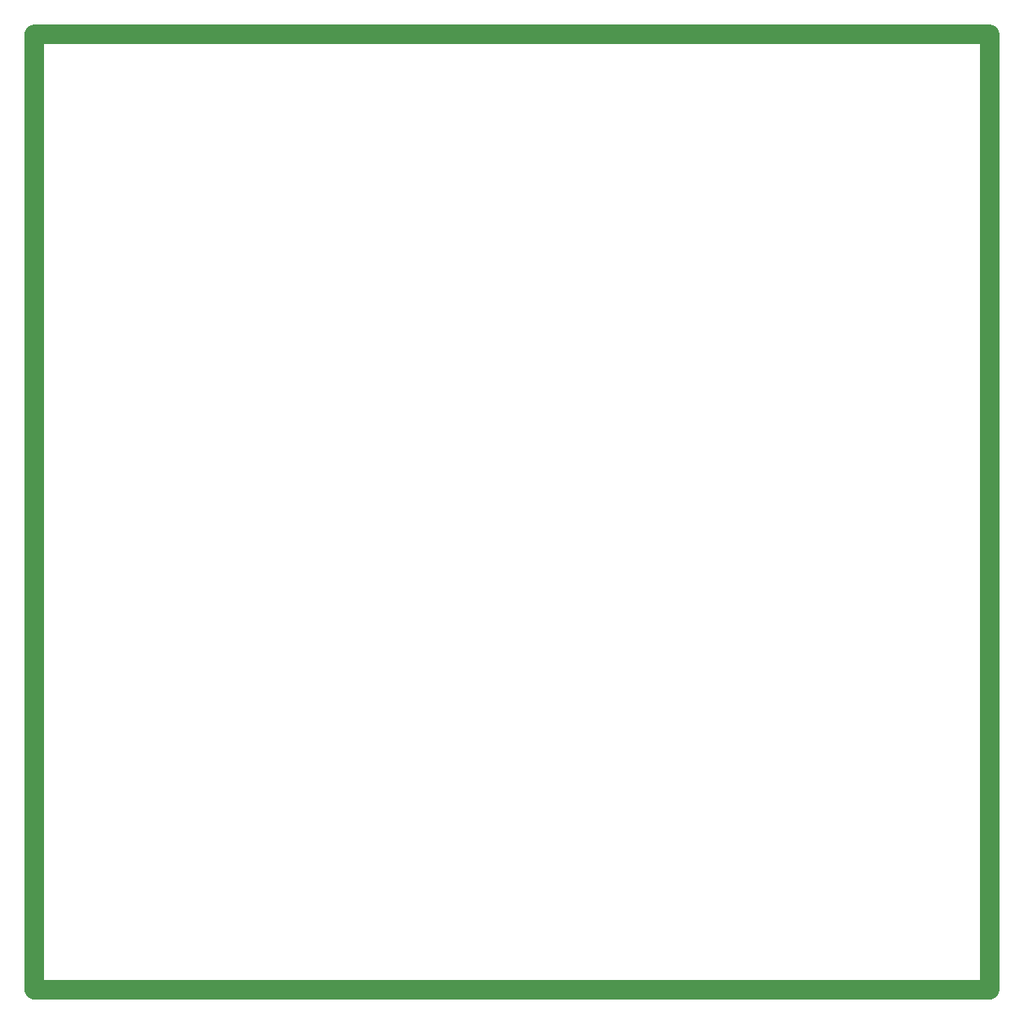
<source format=gko>
G04 Layer_Color=16711935*
%FSTAX44Y44*%
%MOMM*%
G71*
G01*
G75*
%ADD14C,2.0000*%
D14*
X01249602Y0125095D02*
X01249707Y0025815D01*
X0025702D02*
Y0125095D01*
X01249602D01*
X0025702Y0025815D02*
X01249707D01*
M02*

</source>
